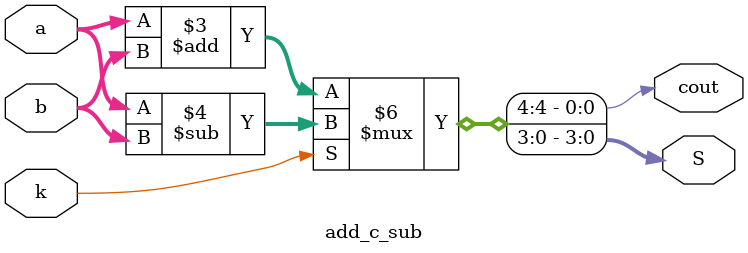
<source format=v>
`timescale 1ns / 1ps
module add_c_sub(a,b,k,S,cout);
input [3:0] a,b;
input k;
output reg [3:0] S;
output reg cout;
always@(*) begin 
if(k == 0)
{cout,S} = a + b;
else
{cout,S} = a - b;
end
endmodule
</source>
